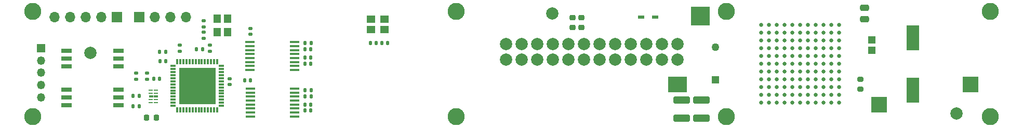
<source format=gbs>
G04 #@! TF.GenerationSoftware,KiCad,Pcbnew,(6.0.10)*
G04 #@! TF.CreationDate,2022-12-27T09:49:49+02:00*
G04 #@! TF.ProjectId,dock_rs232,646f636b-5f72-4733-9233-322e6b696361,rev?*
G04 #@! TF.SameCoordinates,Original*
G04 #@! TF.FileFunction,Soldermask,Bot*
G04 #@! TF.FilePolarity,Negative*
%FSLAX46Y46*%
G04 Gerber Fmt 4.6, Leading zero omitted, Abs format (unit mm)*
G04 Created by KiCad (PCBNEW (6.0.10)) date 2022-12-27 09:49:49*
%MOMM*%
%LPD*%
G01*
G04 APERTURE LIST*
G04 Aperture macros list*
%AMRoundRect*
0 Rectangle with rounded corners*
0 $1 Rounding radius*
0 $2 $3 $4 $5 $6 $7 $8 $9 X,Y pos of 4 corners*
0 Add a 4 corners polygon primitive as box body*
4,1,4,$2,$3,$4,$5,$6,$7,$8,$9,$2,$3,0*
0 Add four circle primitives for the rounded corners*
1,1,$1+$1,$2,$3*
1,1,$1+$1,$4,$5*
1,1,$1+$1,$6,$7*
1,1,$1+$1,$8,$9*
0 Add four rect primitives between the rounded corners*
20,1,$1+$1,$2,$3,$4,$5,0*
20,1,$1+$1,$4,$5,$6,$7,0*
20,1,$1+$1,$6,$7,$8,$9,0*
20,1,$1+$1,$8,$9,$2,$3,0*%
G04 Aperture macros list end*
%ADD10C,2.800000*%
%ADD11R,3.100000X2.500000*%
%ADD12C,2.000000*%
%ADD13R,2.500000X2.500000*%
%ADD14R,3.100000X3.100000*%
%ADD15RoundRect,0.140000X0.140000X0.170000X-0.140000X0.170000X-0.140000X-0.170000X0.140000X-0.170000X0*%
%ADD16C,0.635000*%
%ADD17R,0.675000X0.250000*%
%ADD18R,0.775000X0.400000*%
%ADD19RoundRect,0.250000X1.100000X-0.325000X1.100000X0.325000X-1.100000X0.325000X-1.100000X-0.325000X0*%
%ADD20RoundRect,0.200000X-0.275000X0.200000X-0.275000X-0.200000X0.275000X-0.200000X0.275000X0.200000X0*%
%ADD21R,1.700000X1.700000*%
%ADD22O,1.700000X1.700000*%
%ADD23RoundRect,0.140000X-0.170000X0.140000X-0.170000X-0.140000X0.170000X-0.140000X0.170000X0.140000X0*%
%ADD24RoundRect,0.140000X-0.140000X-0.170000X0.140000X-0.170000X0.140000X0.170000X-0.140000X0.170000X0*%
%ADD25RoundRect,0.250000X-0.475000X0.250000X-0.475000X-0.250000X0.475000X-0.250000X0.475000X0.250000X0*%
%ADD26R,1.715000X0.760000*%
%ADD27R,1.200000X1.400000*%
%ADD28RoundRect,0.218750X0.218750X0.256250X-0.218750X0.256250X-0.218750X-0.256250X0.218750X-0.256250X0*%
%ADD29R,1.075000X0.500000*%
%ADD30R,1.275000X1.275000*%
%ADD31C,1.275000*%
%ADD32RoundRect,0.135000X0.185000X-0.135000X0.185000X0.135000X-0.185000X0.135000X-0.185000X-0.135000X0*%
%ADD33R,2.100000X4.150000*%
%ADD34RoundRect,0.135000X0.135000X0.185000X-0.135000X0.185000X-0.135000X-0.185000X0.135000X-0.185000X0*%
%ADD35RoundRect,0.225000X-0.250000X0.225000X-0.250000X-0.225000X0.250000X-0.225000X0.250000X0.225000X0*%
%ADD36R,1.400000X1.200000*%
%ADD37RoundRect,0.140000X0.170000X-0.140000X0.170000X0.140000X-0.170000X0.140000X-0.170000X-0.140000X0*%
%ADD38R,0.900000X0.300000*%
%ADD39R,0.300000X0.900000*%
%ADD40R,6.000000X6.000000*%
%ADD41R,1.350000X1.350000*%
%ADD42O,1.350000X1.350000*%
%ADD43RoundRect,0.135000X-0.135000X-0.185000X0.135000X-0.185000X0.135000X0.185000X-0.135000X0.185000X0*%
%ADD44R,1.639799X0.431000*%
%ADD45R,1.300000X1.200000*%
G04 APERTURE END LIST*
D10*
X216105919Y-113833157D03*
D11*
X321130919Y-108642354D03*
D10*
X329105919Y-113833157D03*
D12*
X295755031Y-104537243D03*
X293215031Y-104537243D03*
X303375031Y-101997243D03*
X305915031Y-101997243D03*
X316075031Y-101997243D03*
X303375031Y-104537243D03*
X308455031Y-104537243D03*
D10*
X372105919Y-113833157D03*
D12*
X310995031Y-104537243D03*
X298295031Y-104537243D03*
D13*
X368905919Y-108617354D03*
D12*
X310995031Y-101997243D03*
X295755031Y-101997243D03*
X300835031Y-104537243D03*
X298295031Y-101997243D03*
D10*
X285105919Y-96717354D03*
D12*
X318615031Y-101997243D03*
X321154998Y-101997354D03*
X308455031Y-101997243D03*
X300835031Y-101997243D03*
X316075031Y-104537243D03*
X318615031Y-104537243D03*
X313535031Y-104537243D03*
X313535031Y-101997243D03*
X293215031Y-101997243D03*
D10*
X372105919Y-96717354D03*
D12*
X321155031Y-104537243D03*
D14*
X324905919Y-97467354D03*
D10*
X285105919Y-113833157D03*
D13*
X353955919Y-111892354D03*
D12*
X305915031Y-104537243D03*
D10*
X329105919Y-96717354D03*
X216105919Y-96717354D03*
D15*
X261405919Y-105207354D03*
X260445919Y-105207354D03*
D16*
X347455919Y-98867354D03*
X346185919Y-98867354D03*
X344915919Y-98867354D03*
X343645919Y-98867354D03*
X342375919Y-98867354D03*
X341105919Y-98867354D03*
X339835919Y-98867354D03*
X338565919Y-98867354D03*
X337295919Y-98867354D03*
X336025919Y-98867354D03*
X334755919Y-98867354D03*
X347455919Y-100137354D03*
X346185919Y-100137354D03*
X344915919Y-100137354D03*
X343645919Y-100137354D03*
X342375919Y-100137354D03*
X341105919Y-100137354D03*
X339835919Y-100137354D03*
X338565919Y-100137354D03*
X337295919Y-100137354D03*
X336025919Y-100137354D03*
X334755919Y-100137354D03*
X347455919Y-101407354D03*
X346185919Y-101407354D03*
X344915919Y-101407354D03*
X343645919Y-101407354D03*
X342375919Y-101407354D03*
X341105919Y-101407354D03*
X339835919Y-101407354D03*
X338565919Y-101407354D03*
X337295919Y-101407354D03*
X336025919Y-101407354D03*
X334755919Y-101407354D03*
X347455919Y-102677354D03*
X346185919Y-102677354D03*
X344915919Y-102677354D03*
X343645919Y-102677354D03*
X342375919Y-102677354D03*
X341105919Y-102677354D03*
X339835919Y-102677354D03*
X338565919Y-102677354D03*
X337295919Y-102677354D03*
X336025919Y-102677354D03*
X334755919Y-102677354D03*
X347455919Y-103947354D03*
X346185919Y-103947354D03*
X344915919Y-103947354D03*
X343645919Y-103947354D03*
X342375919Y-103947354D03*
X341105919Y-103947354D03*
X339835919Y-103947354D03*
X338565919Y-103947354D03*
X337295919Y-103947354D03*
X336025919Y-103947354D03*
X334755919Y-103947354D03*
X347455919Y-105217354D03*
X346185919Y-105217354D03*
X344915919Y-105217354D03*
X343645919Y-105217354D03*
X342375919Y-105217354D03*
X341105919Y-105217354D03*
X339835919Y-105217354D03*
X338565919Y-105217354D03*
X337295919Y-105217354D03*
X336025919Y-105217354D03*
X334755919Y-105217354D03*
X347455919Y-106487354D03*
X346185919Y-106487354D03*
X344915919Y-106487354D03*
X343645919Y-106487354D03*
X342375919Y-106487354D03*
X341105919Y-106487354D03*
X339835919Y-106487354D03*
X338565919Y-106487354D03*
X337295919Y-106487354D03*
X336025919Y-106487354D03*
X334755919Y-106487354D03*
X347455919Y-107757354D03*
X346185919Y-107757354D03*
X344915919Y-107757354D03*
X343645919Y-107757354D03*
X342375919Y-107757354D03*
X341105919Y-107757354D03*
X339835919Y-107757354D03*
X338565919Y-107757354D03*
X337295919Y-107757354D03*
X336025919Y-107757354D03*
X334755919Y-107757354D03*
X347455919Y-109027354D03*
X346185919Y-109027354D03*
X344915919Y-109027354D03*
X343645919Y-109027354D03*
X342375919Y-109027354D03*
X341105919Y-109027354D03*
X339835919Y-109027354D03*
X338565919Y-109027354D03*
X337295919Y-109027354D03*
X336025919Y-109027354D03*
X334755919Y-109027354D03*
X347455919Y-110297354D03*
X346185919Y-110297354D03*
X344915919Y-110297354D03*
X343645919Y-110297354D03*
X342375919Y-110297354D03*
X341105919Y-110297354D03*
X339835919Y-110297354D03*
X338565919Y-110297354D03*
X337295919Y-110297354D03*
X336025919Y-110297354D03*
X334755919Y-110297354D03*
X347455919Y-111567354D03*
X346185919Y-111567354D03*
X344915919Y-111567354D03*
X343645919Y-111567354D03*
X342375919Y-111567354D03*
X341105919Y-111567354D03*
X339835919Y-111567354D03*
X338565919Y-111567354D03*
X337295919Y-111567354D03*
X336025919Y-111567354D03*
X334755919Y-111567354D03*
D17*
X236176419Y-109592354D03*
X236176419Y-110092354D03*
D18*
X236126419Y-110592354D03*
D17*
X236176419Y-111092354D03*
X236176419Y-111592354D03*
X235301419Y-111592354D03*
X235301419Y-111092354D03*
D18*
X235351419Y-110592354D03*
D17*
X235301419Y-110092354D03*
X235301419Y-109592354D03*
D12*
X225455919Y-103487354D03*
D19*
X321805919Y-114142354D03*
X321805919Y-111192354D03*
D20*
X350980919Y-107767354D03*
X350980919Y-109417354D03*
D21*
X233445919Y-97607354D03*
D22*
X235985919Y-97607354D03*
X238525919Y-97607354D03*
X241065919Y-97607354D03*
D23*
X248155919Y-107657354D03*
X248155919Y-108617354D03*
D24*
X271105919Y-101857354D03*
X272065919Y-101857354D03*
D23*
X244915919Y-102222354D03*
X244915919Y-103182354D03*
D15*
X261395919Y-104247354D03*
X260435919Y-104247354D03*
D24*
X235770919Y-107662354D03*
X236730919Y-107662354D03*
D25*
X351605919Y-96067354D03*
X351605919Y-97967354D03*
D12*
X366630919Y-113342354D03*
D26*
X230023919Y-103077354D03*
X230023919Y-104347354D03*
X230023919Y-105617354D03*
X230023919Y-109427354D03*
X230023919Y-110697354D03*
X230023919Y-111967354D03*
X221577919Y-111967354D03*
X221577919Y-110697354D03*
X221577919Y-109427354D03*
X221577919Y-105617354D03*
X221577919Y-104347354D03*
X221577919Y-103077354D03*
D27*
X246095919Y-100027354D03*
X246095919Y-97827354D03*
X247795919Y-97827354D03*
X247795919Y-100027354D03*
D24*
X260465919Y-110537354D03*
X261425919Y-110537354D03*
D28*
X236218419Y-114002354D03*
X234643419Y-114002354D03*
D29*
X315205919Y-97617354D03*
X317505919Y-97617354D03*
D24*
X250575919Y-107967354D03*
X251535919Y-107967354D03*
D23*
X251505919Y-99487354D03*
X251505919Y-100447354D03*
X240070919Y-102212354D03*
X240070919Y-103172354D03*
D15*
X273935919Y-101847354D03*
X272975919Y-101847354D03*
X261410919Y-101867354D03*
X260450919Y-101867354D03*
D12*
X300705919Y-97017354D03*
D30*
X327280919Y-107817354D03*
D31*
X327280919Y-102517354D03*
D21*
X229795919Y-97597354D03*
D22*
X227255919Y-97597354D03*
X224715919Y-97597354D03*
X222175919Y-97597354D03*
X219635919Y-97597354D03*
D32*
X232905919Y-107807354D03*
X232905919Y-106787354D03*
D15*
X261415919Y-109567354D03*
X260455919Y-109567354D03*
D24*
X236825919Y-104802354D03*
X237785919Y-104802354D03*
D15*
X261405919Y-111887354D03*
X260445919Y-111887354D03*
D33*
X359455919Y-101017354D03*
X359455919Y-109517354D03*
D15*
X261405919Y-112837354D03*
X260445919Y-112837354D03*
D34*
X233455919Y-112207354D03*
X232435919Y-112207354D03*
D35*
X304005919Y-97717354D03*
X304005919Y-99267354D03*
D36*
X273385919Y-99657354D03*
X271185919Y-99657354D03*
X271185919Y-97957354D03*
X273385919Y-97957354D03*
D37*
X243945919Y-101067354D03*
X243945919Y-100107354D03*
D23*
X243945919Y-98222354D03*
X243945919Y-99182354D03*
D24*
X260445919Y-102842354D03*
X261405919Y-102842354D03*
D38*
X238925919Y-112097354D03*
X238925919Y-111597354D03*
X238925919Y-111097354D03*
X238925919Y-110597354D03*
X238925919Y-110097354D03*
X238925919Y-109597354D03*
X238925919Y-109097354D03*
X238925919Y-108597354D03*
X238925919Y-108097354D03*
X238925919Y-107597354D03*
X238925919Y-107097354D03*
X238925919Y-106597354D03*
X238925919Y-106097354D03*
X238925919Y-105597354D03*
D39*
X239625919Y-104897354D03*
X240125919Y-104897354D03*
X240625919Y-104897354D03*
X241125919Y-104897354D03*
X241625919Y-104897354D03*
X242125919Y-104897354D03*
X242625919Y-104897354D03*
X243125919Y-104897354D03*
X243625919Y-104897354D03*
X244125919Y-104897354D03*
X244625919Y-104897354D03*
X245125919Y-104897354D03*
X245625919Y-104897354D03*
X246125919Y-104897354D03*
D38*
X246825919Y-105597354D03*
X246825919Y-106097354D03*
X246825919Y-106597354D03*
X246825919Y-107097354D03*
X246825919Y-107597354D03*
X246825919Y-108097354D03*
X246825919Y-108597354D03*
X246825919Y-109097354D03*
X246825919Y-109597354D03*
X246825919Y-110097354D03*
X246825919Y-110597354D03*
X246825919Y-111097354D03*
X246825919Y-111597354D03*
X246825919Y-112097354D03*
D39*
X246125919Y-112797354D03*
X245625919Y-112797354D03*
X245125919Y-112797354D03*
X244625919Y-112797354D03*
X244125919Y-112797354D03*
X243625919Y-112797354D03*
X243125919Y-112797354D03*
X242625919Y-112797354D03*
X242125919Y-112797354D03*
X241625919Y-112797354D03*
X241125919Y-112797354D03*
X240625919Y-112797354D03*
X240125919Y-112797354D03*
X239625919Y-112797354D03*
D40*
X242875919Y-108847354D03*
D19*
X325055919Y-114142354D03*
X325055919Y-111192354D03*
D41*
X217405919Y-102707354D03*
D42*
X217405919Y-104707354D03*
X217405919Y-106707354D03*
X217405919Y-108707354D03*
X217405919Y-110707354D03*
D43*
X236765919Y-103297354D03*
X237785919Y-103297354D03*
D44*
X258748119Y-101712355D03*
X258748119Y-102362353D03*
X258748119Y-103012355D03*
X258748119Y-103662353D03*
X258748119Y-104312352D03*
X258748119Y-104962353D03*
X258748119Y-105612352D03*
X258748119Y-106262353D03*
X251483719Y-106262353D03*
X251483719Y-105612355D03*
X251483719Y-104962353D03*
X251483719Y-104312355D03*
X251483719Y-103662356D03*
X251483719Y-103012355D03*
X251483719Y-102362356D03*
X251483719Y-101712355D03*
D35*
X305505919Y-97717354D03*
X305505919Y-99267354D03*
D43*
X242725919Y-102827354D03*
X243745919Y-102827354D03*
D34*
X233455919Y-110477354D03*
X232435919Y-110477354D03*
D45*
X352805919Y-101317354D03*
X352805919Y-103017354D03*
D44*
X258769019Y-109294855D03*
X258769019Y-109944853D03*
X258769019Y-110594855D03*
X258769019Y-111244853D03*
X258769019Y-111894852D03*
X258769019Y-112544853D03*
X258769019Y-113194852D03*
X258769019Y-113844853D03*
X251504619Y-113844853D03*
X251504619Y-113194855D03*
X251504619Y-112544853D03*
X251504619Y-111894855D03*
X251504619Y-111244856D03*
X251504619Y-110594855D03*
X251504619Y-109944856D03*
X251504619Y-109294855D03*
D32*
X234665919Y-107812354D03*
X234665919Y-106792354D03*
M02*

</source>
